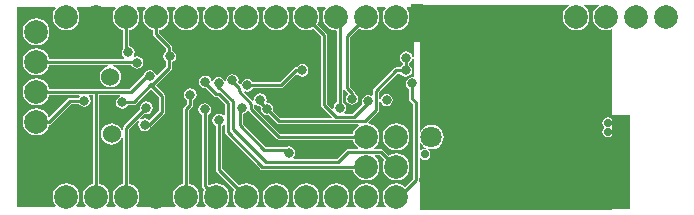
<source format=gbl>
%FSTAX24Y24*%
%MOIN*%
%SFA1B1*%

%IPPOS*%
%ADD30C,0.010000*%
%ADD32C,0.019700*%
%ADD48C,0.060000*%
%ADD49C,0.070900*%
%ADD50C,0.078700*%
%ADD51C,0.027600*%
%ADD52C,0.021000*%
%ADD53C,0.031500*%
%ADD54R,0.060700X0.316100*%
%ADD55R,0.043300X0.125000*%
%LNmain-1*%
%LPD*%
G36*
X012851Y042568D02*
Y042129D01*
X012529Y041807*
X012517Y041808*
X012448Y041854*
X012367Y04187*
X012286Y041854*
X012254Y041832*
X012222Y041871*
X012375Y042024*
X012431Y042013*
X012512Y042029*
X012581Y042075*
X012627Y042143*
X012643Y042224*
X012627Y042305*
X012581Y042374*
X012512Y04242*
X012431Y042436*
X01235Y04242*
X012282Y042374*
X012236Y042305*
X01222Y042224*
X012231Y042168*
X011678Y041615*
X011656Y041582*
X011648Y041543*
Y04148*
X011598Y04147*
X011575Y041525*
X011519Y041598*
X011446Y041654*
X011361Y041689*
X01127Y041701*
X011178Y041689*
X011093Y041654*
X01102Y041598*
X010964Y041525*
X010929Y04144*
X010917Y041348*
X010929Y041257*
X010964Y041172*
X01102Y041099*
X011093Y041043*
X011178Y041007*
X01127Y040995*
X011361Y041007*
X011446Y041043*
X011519Y041099*
X011575Y041172*
X011598Y041227*
X011648Y041217*
Y039684*
X011634Y039682*
X011526Y039638*
X011434Y039566*
X011362Y039474*
X011318Y039366*
X011302Y03925*
X011318Y039134*
X011362Y039026*
X011409Y038966*
X011384Y038916*
X011116*
X011091Y038966*
X011138Y039026*
X011182Y039134*
X011198Y03925*
X011182Y039366*
X011138Y039474*
X011066Y039566*
X010974Y039638*
X010866Y039682*
X010852Y039684*
Y042648*
X011534*
X011543Y042602*
X011542Y042598*
X011475Y042553*
X011429Y042485*
X011413Y042404*
X011429Y042323*
X011475Y042254*
X011544Y042208*
X011625Y042192*
X011706Y042208*
X011774Y042254*
X011806Y042302*
X012*
X012039Y042309*
X012072Y042332*
X012555Y042814*
X012605*
X012851Y042568*
G37*
G36*
X018374Y045571D02*
X018399Y045521D01*
X018362Y045474*
X018318Y045366*
X018302Y04525*
X018318Y045134*
X018362Y045026*
X018434Y044934*
X018526Y044862*
X018634Y044818*
X01875Y044802*
X018776Y04478*
Y042406*
X018728Y042374*
X018683Y042305*
X018666Y042224*
X018667Y04222*
X018621Y042196*
X018458Y042359*
Y044644*
X01845Y044683*
X018428Y044716*
X018129Y045015*
X018138Y045026*
X018182Y045134*
X018198Y04525*
X018182Y045366*
X018138Y045474*
X018101Y045521*
X018126Y045571*
X018374*
G37*
G36*
X021339Y043855D02*
Y043273D01*
X0213Y043241*
X021289Y043243*
X021208Y043227*
X02114Y043181*
X021094Y043112*
X021078Y043032*
X021094Y042951*
X02114Y042882*
X021187Y04285*
Y042533*
X021195Y042494*
X021217Y042461*
X021328Y04235*
Y039961*
X021324Y039941*
Y039854*
X021049Y039579*
X020974Y039638*
X020866Y039682*
X02075Y039698*
X020634Y039682*
X020526Y039638*
X020434Y039566*
X020362Y039474*
X020318Y039366*
X020302Y03925*
X020318Y039134*
X020362Y039026*
X020414Y038959*
X020389Y038909*
X020111*
X020086Y038959*
X020138Y039026*
X020182Y039134*
X020198Y03925*
X020182Y039366*
X020138Y039474*
X020066Y039566*
X019974Y039638*
X019866Y039682*
X01975Y039698*
X019634Y039682*
X019526Y039638*
X019434Y039566*
X019362Y039474*
X019318Y039366*
X019302Y03925*
X019318Y039134*
X019362Y039026*
X019413Y03896*
X019389Y03891*
X019111*
X019087Y03896*
X019138Y039026*
X019182Y039134*
X019198Y03925*
X019182Y039366*
X019138Y039474*
X019066Y039566*
X018974Y039638*
X018866Y039682*
X01875Y039698*
X018634Y039682*
X018526Y039638*
X018434Y039566*
X018362Y039474*
X018318Y039366*
X018302Y03925*
X018318Y039134*
X018362Y039026*
X018413Y038961*
X018388Y038911*
X018112*
X018087Y038961*
X018138Y039026*
X018182Y039134*
X018198Y03925*
X018182Y039366*
X018138Y039474*
X018066Y039566*
X017974Y039638*
X017866Y039682*
X01775Y039698*
X017634Y039682*
X017526Y039638*
X017434Y039566*
X017362Y039474*
X017318Y039366*
X017302Y03925*
X017318Y039134*
X017362Y039026*
X017412Y038961*
X017388Y038911*
X017113Y038912*
X017088Y038962*
X017138Y039026*
X017182Y039134*
X017198Y03925*
X017182Y039366*
X017138Y039474*
X017066Y039566*
X016974Y039638*
X016866Y039682*
X01675Y039698*
X016634Y039682*
X016526Y039638*
X016434Y039566*
X016362Y039474*
X016318Y039366*
X016302Y03925*
X016318Y039134*
X016362Y039026*
X016412Y038962*
X016387Y038912*
X016113*
X016089Y038962*
X016138Y039026*
X016182Y039134*
X016198Y03925*
X016182Y039366*
X016138Y039474*
X016066Y039566*
X015974Y039638*
X015866Y039682*
X01575Y039698*
X015634Y039682*
X015526Y039638*
X015515Y039629*
X014944Y0402*
Y04163*
X014987Y041658*
X015037Y041646*
Y041406*
X015045Y041367*
X015067Y041334*
X016223Y040178*
X016256Y040156*
X016295Y040148*
X019316*
X019318Y040134*
X019362Y040026*
X019434Y039934*
X019526Y039862*
X019634Y039818*
X01975Y039802*
X019866Y039818*
X019974Y039862*
X020066Y039934*
X020138Y040026*
X020182Y040134*
X020198Y04025*
X020182Y040366*
X020138Y040474*
X020066Y040566*
X020033Y040592*
X02005Y040642*
X020214*
X020371Y040485*
X020362Y040474*
X020318Y040366*
X020302Y04025*
X020318Y040134*
X020362Y040026*
X020434Y039934*
X020526Y039862*
X020634Y039818*
X02075Y039802*
X020866Y039818*
X020974Y039862*
X021066Y039934*
X021138Y040026*
X021182Y040134*
X021198Y04025*
X021182Y040366*
X021138Y040474*
X021066Y040566*
X020974Y040638*
X020866Y040682*
X02075Y040698*
X020634Y040682*
X020526Y040638*
X020515Y040629*
X020328Y040816*
X020295Y040838*
X020256Y040846*
X020034*
X020017Y040896*
X020066Y040934*
X020138Y041026*
X020182Y041134*
X020198Y04125*
X020182Y041366*
X020138Y041474*
X020066Y041566*
X019974Y041638*
X019866Y041682*
X019843Y041685*
X019825Y041738*
X020151Y042064*
X020173Y042097*
X020181Y042136*
Y042429*
X020231Y042434*
X020238Y042399*
X020283Y042331*
X020352Y042285*
X020433Y042269*
X020514Y042285*
X020583Y042331*
X020628Y042399*
X020645Y04248*
X020628Y042561*
X020583Y04263*
X020514Y042676*
X020433Y042692*
X020352Y042676*
X020283Y04263*
X020238Y042561*
X020231Y042527*
X020181Y042531*
Y042753*
X02079Y043363*
X020891*
X020923Y043315*
X020992Y043269*
X021073Y043253*
X021154Y043269*
X021222Y043315*
X021268Y043384*
X021284Y043465*
X021268Y043546*
X021222Y043614*
X021185Y043639*
Y043706*
X021232Y043738*
X021278Y043807*
X021289Y043859*
X021339Y043855*
G37*
G36*
X016767Y041189D02*
X0168Y041167D01*
X016839Y041159*
X019314*
X019318Y041134*
X019362Y041026*
X019434Y040934*
X019483Y040896*
X019466Y040846*
X019149*
X01911Y040838*
X019077Y040816*
X018787Y040525*
X01734*
X017328Y040575*
X017371Y04064*
X017388Y04072*
X017371Y040801*
X017326Y04087*
X017257Y040916*
X017176Y040932*
X017106Y040918*
X016401*
X015643Y041676*
Y042017*
X015712Y042031*
X01578Y042077*
X015796Y0421*
X015855Y042101*
X016767Y041189*
G37*
G36*
X01614Y042295D02*
X016206Y042281D01*
X016246Y042241*
X016235Y042185*
X016251Y042104*
X016297Y042035*
X016366Y04199*
X016447Y041973*
X016503Y041985*
X016782Y041705*
X016815Y041683*
X016854Y041676*
X019494*
X019511Y041626*
X019434Y041566*
X019362Y041474*
X019318Y041366*
X019317Y041363*
X016881*
X016029Y042215*
Y042313*
X016048Y042325*
X016079Y042335*
X01614Y042295*
G37*
G36*
X027953Y041534D02*
X027945Y041545D01*
X027924Y04156*
X027945Y041575*
X027953Y041586*
Y041534*
G37*
G36*
X020374Y045571D02*
X020399Y045521D01*
X020362Y045474*
X020318Y045366*
X020302Y04525*
X020318Y045134*
X020362Y045026*
X020434Y044934*
X020526Y044862*
X020634Y044818*
X02075Y044802*
X020866Y044818*
X020974Y044862*
X021066Y044934*
X021138Y045026*
X021182Y045134*
X021198Y04525*
X021182Y045366*
X021138Y045474*
X021101Y045521*
X021126Y045571*
X021339*
Y043921*
X021289Y043916*
X021278Y043969*
X021232Y044037*
X021164Y044083*
X021083Y044099*
X021002Y044083*
X020933Y044037*
X020887Y043969*
X020871Y043888*
X020887Y043807*
X020933Y043738*
X020981Y043706*
Y043653*
X020923Y043614*
X020891Y043567*
X020748*
X020709Y043559*
X020676Y043537*
X020007Y042867*
X019985Y042834*
X019977Y042795*
Y042643*
X019927Y042616*
X019897Y042636*
X019816Y042652*
X019735Y042636*
X019666Y042591*
X019621Y042522*
X019604Y042441*
X019621Y04236*
X019627Y04235*
X019307Y04203*
X019043*
X019031Y04208*
X019073Y042143*
X019089Y042224*
X019073Y042305*
X019028Y042374*
X01898Y042406*
Y042815*
X019026Y042835*
X01903Y042834*
X01905Y042804*
X019136Y042718*
X019132Y042679*
X019086Y04261*
X01907Y04253*
X019086Y042449*
X019132Y04238*
X019201Y042334*
X019282Y042318*
X019362Y042334*
X019431Y04238*
X019477Y042449*
X019493Y04253*
X019477Y04261*
X019431Y042679*
X019383Y042711*
Y042717*
X019376Y042756*
X019354Y042789*
X019224Y042918*
Y04458*
X019515Y044871*
X019526Y044862*
X019634Y044818*
X01975Y044802*
X019866Y044818*
X019974Y044862*
X020066Y044934*
X020138Y045026*
X020182Y045134*
X020198Y04525*
X020182Y045366*
X020138Y045474*
X020101Y045521*
X020126Y045571*
X020374*
G37*
G36*
X027526Y045638D02*
X027434Y045566D01*
X027362Y045474*
X027318Y045366*
X027302Y04525*
X027318Y045134*
X027362Y045026*
X027434Y044934*
X027526Y044862*
X027634Y044818*
X02775Y044802*
X027866Y044818*
X027953Y044854*
Y041834*
X027945Y041845*
X027883Y041887*
X02781Y041901*
X027737Y041887*
X027675Y041845*
X027633Y041783*
X027619Y04171*
X027633Y041637*
X027675Y041575*
X027696Y04156*
X027675Y041545*
X027633Y041483*
X027619Y04141*
X027633Y041337*
X027675Y041275*
X027737Y041233*
X02781Y041219*
X027883Y041233*
X027945Y041275*
X027953Y041286*
Y038819*
X021565*
Y040537*
X021567Y040534*
X021629Y040492*
X021703Y040478*
X021776Y040492*
X021838Y040534*
X02188Y040596*
X021894Y040669*
X02188Y040743*
X021838Y040805*
X021776Y040846*
X021703Y040861*
X021629Y040846*
X021567Y040805*
X021565Y040801*
Y041073*
X021576Y041046*
X021641Y040962*
X021725Y040897*
X021824Y040856*
X021929Y040842*
X022035Y040856*
X022133Y040897*
X022218Y040962*
X022282Y041046*
X022323Y041144*
X022337Y04125*
X022323Y041356*
X022282Y041454*
X022218Y041538*
X022133Y041603*
X022035Y041644*
X021929Y041658*
X021824Y041644*
X021725Y041603*
X021641Y041538*
X021576Y041454*
X021565Y041427*
Y045659*
X026579*
X026526Y045638*
X026434Y045566*
X026362Y045474*
X026318Y045366*
X026302Y04525*
X026318Y045134*
X026362Y045026*
X026434Y044934*
X026526Y044862*
X026634Y044818*
X02675Y044802*
X026866Y044818*
X026974Y044862*
X027066Y044934*
X027138Y045026*
X027182Y045134*
X027198Y04525*
X027182Y045366*
X027138Y045474*
X027066Y045566*
X026974Y045638*
X026921Y045659*
X027579*
X027526Y045638*
G37*
G36*
X027953Y045646D02*
X027921Y045659D01*
X027953*
Y045646*
G37*
G36*
X013374Y045571D02*
X013399Y045521D01*
X013362Y045474*
X013318Y045366*
X013302Y04525*
X013318Y045134*
X013362Y045026*
X013434Y044934*
X013526Y044862*
X013634Y044818*
X01375Y044802*
X013866Y044818*
X013974Y044862*
X014066Y044934*
X014138Y045026*
X014182Y045134*
X014198Y04525*
X014182Y045366*
X014138Y045474*
X014101Y045521*
X014126Y045571*
X014374*
X014399Y045521*
X014362Y045474*
X014318Y045366*
X014302Y04525*
X014318Y045134*
X014362Y045026*
X014434Y044934*
X014526Y044862*
X014634Y044818*
X01475Y044802*
X014866Y044818*
X014974Y044862*
X015066Y044934*
X015138Y045026*
X015182Y045134*
X015198Y04525*
X015182Y045366*
X015138Y045474*
X015101Y045521*
X015126Y045571*
X015374*
X015399Y045521*
X015362Y045474*
X015318Y045366*
X015302Y04525*
X015318Y045134*
X015362Y045026*
X015434Y044934*
X015526Y044862*
X015634Y044818*
X01575Y044802*
X015866Y044818*
X015974Y044862*
X016066Y044934*
X016138Y045026*
X016182Y045134*
X016198Y04525*
X016182Y045366*
X016138Y045474*
X016101Y045521*
X016126Y045571*
X016374*
X016399Y045521*
X016362Y045474*
X016318Y045366*
X016302Y04525*
X016318Y045134*
X016362Y045026*
X016434Y044934*
X016526Y044862*
X016634Y044818*
X01675Y044802*
X016866Y044818*
X016974Y044862*
X017066Y044934*
X017138Y045026*
X017182Y045134*
X017198Y04525*
X017182Y045366*
X017138Y045474*
X017101Y045521*
X017126Y045571*
X017374*
X017399Y045521*
X017362Y045474*
X017318Y045366*
X017302Y04525*
X017318Y045134*
X017362Y045026*
X017434Y044934*
X017526Y044862*
X017634Y044818*
X01775Y044802*
X017866Y044818*
X017974Y044862*
X017985Y044871*
X018254Y044601*
Y042316*
X018262Y042277*
X018284Y042244*
X018603Y041926*
X018584Y04188*
X016897*
X016647Y042129*
X016658Y042185*
X016642Y042266*
X016596Y042335*
X016528Y04238*
X01646Y042394*
X016446Y042399*
X016423Y042443*
X016432Y04249*
X016416Y042571*
X01637Y04264*
X016301Y042686*
X01622Y042702*
X01614Y042686*
X016071Y04264*
X016025Y042571*
X016009Y04249*
X016011Y042481*
X015965Y042457*
X015672Y042749*
X015704Y042788*
X015717Y042779*
X015798Y042763*
X015879Y042779*
X015948Y042825*
X015979Y042873*
X016912*
X016951Y04288*
X016984Y042902*
X017416Y043334*
X017465Y04333*
X017469Y043325*
X017537Y043279*
X017618Y043263*
X017699Y043279*
X017768Y043325*
X017814Y043393*
X01783Y043474*
X017814Y043555*
X017768Y043624*
X017699Y04367*
X017618Y043686*
X017537Y04367*
X017469Y043624*
X017437Y043576*
X017411*
X017372Y043569*
X017339Y043547*
X016869Y043077*
X015979*
X015948Y043124*
X015879Y04317*
X015798Y043186*
X015717Y04317*
X015648Y043124*
X015603Y043055*
X015595Y043016*
X01554Y042999*
X01549Y043049*
X015491Y043051*
X015508Y043132*
X015491Y043213*
X015446Y043282*
X015377Y043327*
X015296Y043344*
X015215Y043327*
X015146Y043282*
X015101Y043213*
X015084Y043132*
X015039Y043124*
X014993Y043193*
X014924Y043239*
X014843Y043255*
X014762Y043239*
X014694Y043193*
X014648Y043124*
X014646Y043117*
X014595*
X014586Y043164*
X01454Y043232*
X014471Y043278*
X01439Y043294*
X01431Y043278*
X014241Y043232*
X014195Y043164*
X014179Y043083*
X014195Y043002*
X014241Y042933*
X01431Y042887*
X01439Y042871*
X014411Y042875*
X014692Y042595*
X014725Y042573*
X014764Y042565*
X0148*
X015037Y042328*
Y041976*
X014987Y041964*
X014923Y042006*
X014843Y042023*
X014762Y042006*
X014693Y041961*
X014647Y041892*
X014631Y041811*
X014647Y04173*
X014693Y041661*
X014741Y04163*
Y040157*
X014748Y040118*
X01477Y040085*
X015371Y039485*
X015362Y039474*
X015318Y039366*
X015302Y03925*
X015318Y039134*
X015362Y039026*
X015411Y038963*
X015386Y038913*
X015114*
X015089Y038963*
X015138Y039026*
X015182Y039134*
X015198Y03925*
X015182Y039366*
X015138Y039474*
X015066Y039566*
X014974Y039638*
X014866Y039682*
X01475Y039698*
X014634Y039682*
X014526Y039638*
X014515Y039629*
X014472Y039672*
Y041984*
X01452Y042016*
X014566Y042084*
X014582Y042165*
X014566Y042246*
X01452Y042315*
X014451Y042361*
X01437Y042377*
X014289Y042361*
X01422Y042315*
X014175Y042246*
X014159Y042165*
X014175Y042084*
X01422Y042016*
X014268Y041984*
Y03963*
X014276Y039591*
X014298Y039558*
X014371Y039485*
X014362Y039474*
X014318Y039366*
X014302Y03925*
X014318Y039134*
X014362Y039026*
X01441Y038964*
X014386Y038914*
X014114*
X01409Y038964*
X014138Y039026*
X014182Y039134*
X014198Y03925*
X014182Y039366*
X014138Y039474*
X014066Y039566*
X013974Y039638*
X013866Y039682*
X013852Y039684*
Y042132*
X013961Y04224*
X013983Y042273*
X01399Y042312*
Y042478*
X014038Y04251*
X014084Y042579*
X0141Y04266*
X014084Y042741*
X014038Y042809*
X013969Y042855*
X013888Y042871*
X013808Y042855*
X013739Y042809*
X013693Y042741*
X013677Y04266*
X013693Y042579*
X013739Y04251*
X013787Y042478*
Y042355*
X013678Y042246*
X013656Y042213*
X013648Y042174*
Y039684*
X013634Y039682*
X013526Y039638*
X013434Y039566*
X013362Y039474*
X013318Y039366*
X013302Y03925*
X013318Y039134*
X013362Y039026*
X01341Y038964*
X013385Y038914*
X012115Y038915*
X012091Y038965*
X012138Y039026*
X012182Y039134*
X012198Y03925*
X012182Y039366*
X012138Y039474*
X012066Y039566*
X011974Y039638*
X011866Y039682*
X011852Y039684*
Y041501*
X012154Y041803*
X012193Y041772*
X012172Y041739*
X012156Y041658*
X012172Y041578*
X012218Y041509*
X012286Y041463*
X012367Y041447*
X012448Y041463*
X012517Y041509*
X012552Y041562*
X012564Y041564*
X012597Y041586*
X013025Y042015*
X013047Y042048*
X013055Y042087*
Y04261*
X013047Y042649*
X013025Y042682*
X012744Y042964*
X013261Y043481*
X013283Y043514*
X013291Y043553*
Y043742*
X013358Y043787*
X013404Y043856*
X01342Y043937*
X013404Y044018*
X013358Y044087*
X013291Y044132*
Y044242*
X013283Y044281*
X013261Y044314*
X012852Y044723*
Y044816*
X012866Y044818*
X012974Y044862*
X013066Y044934*
X013138Y045026*
X013182Y045134*
X013198Y04525*
X013182Y045366*
X013138Y045474*
X013101Y045521*
X013126Y045571*
X013374*
G37*
G36*
X009374D02*
X009399Y045521D01*
X009362Y045474*
X009318Y045366*
X009302Y04525*
X009318Y045134*
X009362Y045026*
X009434Y044934*
X009526Y044862*
X009634Y044818*
X00975Y044802*
X009866Y044818*
X009974Y044862*
X010066Y044934*
X010138Y045026*
X010182Y045134*
X010198Y04525*
X010182Y045366*
X010138Y045474*
X010101Y045521*
X010126Y045571*
X011374*
X011399Y045521*
X011362Y045474*
X011318Y045366*
X011302Y04525*
X011318Y045134*
X011362Y045026*
X011434Y044934*
X011526Y044862*
X011634Y044818*
X011648Y044816*
Y04418*
X011625Y044146*
X011609Y044065*
X011625Y043984*
X011671Y043915*
X011691Y043902*
X011676Y043852*
X009184*
X009182Y043866*
X009138Y043974*
X009066Y044066*
X008974Y044138*
X008866Y044182*
X00875Y044198*
X008634Y044182*
X008526Y044138*
X008434Y044066*
X008362Y043974*
X008318Y043866*
X008302Y04375*
X008318Y043634*
X008362Y043526*
X008434Y043434*
X008526Y043362*
X008634Y043318*
X00875Y043302*
X008866Y043318*
X008974Y043362*
X009066Y043434*
X009138Y043526*
X009182Y043634*
X009184Y043648*
X011132*
X011139Y043599*
X011054Y043564*
X010981Y043507*
X010925Y043434*
X010889Y043349*
X010877Y043258*
X010889Y043167*
X010925Y043081*
X010981Y043008*
X011054Y042952*
X011139Y042917*
X01123Y042905*
X011322Y042917*
X011407Y042952*
X01148Y043008*
X011536Y043081*
X011571Y043167*
X011583Y043258*
X011571Y043349*
X011536Y043434*
X01148Y043507*
X011407Y043564*
X011322Y043599*
X011329Y043648*
X011922*
X011967Y043581*
X012035Y043535*
X012116Y043519*
X012197Y043535*
X012266Y043581*
X012312Y043649*
X012328Y04373*
X012312Y043811*
X012266Y04388*
X012197Y043926*
X012116Y043942*
X012038Y043926*
X01203Y043932*
X012003Y043965*
X012016Y043984*
X012032Y044065*
X012016Y044146*
X01197Y044215*
X011902Y04426*
X011852Y04427*
Y044816*
X011866Y044818*
X011974Y044862*
X012066Y044934*
X012138Y045026*
X012182Y045134*
X012198Y04525*
X012182Y045366*
X012138Y045474*
X012101Y045521*
X012126Y045571*
X012374*
X012399Y045521*
X012362Y045474*
X012318Y045366*
X012302Y04525*
X012318Y045134*
X012362Y045026*
X012434Y044934*
X012526Y044862*
X012634Y044818*
X012648Y044816*
Y044681*
X012656Y044642*
X012678Y044609*
X013087Y0442*
Y044105*
X013059Y044087*
X013013Y044018*
X012997Y043937*
X013013Y043856*
X013059Y043787*
X013087Y043769*
Y043595*
X012795Y043303*
X012741Y04332*
X012735Y043349*
X012689Y043417*
X01262Y043463*
X0126Y043467*
X012578Y043482*
X012539Y043489*
X0125Y043482*
X012479Y043467*
X012458Y043463*
X01239Y043417*
X012344Y043349*
X012341Y043333*
X01186Y042852*
X010818*
X01078Y042859*
X009183*
X009182Y042866*
X009138Y042974*
X009066Y043066*
X008974Y043138*
X008866Y043182*
X00875Y043198*
X008634Y043182*
X008526Y043138*
X008434Y043066*
X008362Y042974*
X008318Y042866*
X008302Y04275*
X008318Y042634*
X008362Y042526*
X008434Y042434*
X008526Y042362*
X008634Y042318*
X00875Y042302*
X008866Y042318*
X008974Y042362*
X009066Y042434*
X009138Y042526*
X009182Y042634*
X009185Y042656*
X010189*
X010202Y042606*
X010173Y042563*
X009892*
X009853Y042555*
X00982Y042533*
X009205Y041919*
X009156Y041928*
X009138Y041974*
X009066Y042066*
X008974Y042138*
X008866Y042182*
X00875Y042198*
X008634Y042182*
X008526Y042138*
X008434Y042066*
X008362Y041974*
X008318Y041866*
X008302Y04175*
X008318Y041634*
X008362Y041526*
X008434Y041434*
X008526Y041362*
X008634Y041318*
X00875Y041302*
X008866Y041318*
X008974Y041362*
X009066Y041434*
X009138Y041526*
X009182Y041634*
X009184Y041649*
X00922Y041656*
X009253Y041678*
X009934Y042359*
X010173*
X010205Y042311*
X010273Y042265*
X010354Y042249*
X010435Y042265*
X010504Y042311*
X01055Y04238*
X010566Y042461*
X01055Y042542*
X010507Y042606*
X010519Y042656*
X010648*
Y039684*
X010634Y039682*
X010526Y039638*
X010434Y039566*
X010362Y039474*
X010318Y039366*
X010302Y03925*
X010318Y039134*
X010362Y039026*
X010408Y038967*
X010384Y038917*
X010117*
X010092Y038967*
X010138Y039026*
X010182Y039134*
X010198Y03925*
X010182Y039366*
X010138Y039474*
X010066Y039566*
X009974Y039638*
X009866Y039682*
X00975Y039698*
X009634Y039682*
X009526Y039638*
X009434Y039566*
X009362Y039474*
X009318Y039366*
X009302Y03925*
X009318Y039134*
X009362Y039026*
X009408Y038967*
X009383Y038917*
X0081Y038918*
X008101Y045571*
X009374*
G37*
%LNmain-2*%
%LPC*%
G36*
X00875Y045198D02*
X008634Y045182D01*
X008526Y045138*
X008434Y045066*
X008362Y044974*
X008318Y044866*
X008302Y04475*
X008318Y044634*
X008362Y044526*
X008434Y044434*
X008526Y044362*
X008634Y044318*
X00875Y044302*
X008866Y044318*
X008974Y044362*
X009066Y044434*
X009138Y044526*
X009182Y044634*
X009198Y04475*
X009182Y044866*
X009138Y044974*
X009066Y045066*
X008974Y045138*
X008866Y045182*
X00875Y045198*
G37*
G36*
X02075Y041698D02*
X020634Y041682D01*
X020526Y041638*
X020434Y041566*
X020362Y041474*
X020318Y041366*
X020302Y04125*
X020318Y041134*
X020362Y041026*
X020434Y040934*
X020526Y040862*
X020634Y040818*
X02075Y040802*
X020866Y040818*
X020974Y040862*
X021066Y040934*
X021138Y041026*
X021182Y041134*
X021198Y04125*
X021182Y041366*
X021138Y041474*
X021066Y041566*
X020974Y041638*
X020866Y041682*
X02075Y041698*
G37*
%LNmain-3*%
%LPD*%
G54D30*
X01622Y042411D02*
X016854Y041778D01*
X01622Y042411D02*
Y04249D01*
X015501Y042776D02*
X015928Y042349D01*
Y042173D02*
Y042349D01*
Y042173D02*
X016839Y041261D01*
X015798Y042975D02*
X016912D01*
X015296Y0431D02*
X015501Y042895D01*
Y042776D02*
Y042895D01*
X015296Y0431D02*
Y043132D01*
X016839Y041261D02*
X01975D01*
X021073Y043465D02*
X021083Y043474D01*
Y043888*
X020079Y042795D02*
X020748Y043465D01*
X021073*
X021289Y042533D02*
Y043032D01*
Y042533D02*
X02143Y042392D01*
X019282Y04253D02*
Y042717D01*
X018745Y041928D02*
X019349D01*
X016854Y041778D02*
X01972D01*
X018878Y042224D02*
Y044906D01*
X019122Y042876D02*
X019282Y042717D01*
X020079Y042136D02*
Y042795D01*
X020433Y042441D02*
X020434Y042442D01*
X01972Y041778D02*
X020079Y042136D01*
X017411Y043474D02*
X017618D01*
X016912Y042975D02*
X017411Y043474D01*
X01375Y042174D02*
X013888Y042312D01*
X01375Y03925D02*
Y042174D01*
X018356Y042316D02*
X018745Y041928D01*
X019122Y044622D02*
X01975Y04525D01*
X019122Y042876D02*
Y044622D01*
X018799Y044984D02*
X018878Y044906D01*
X018356Y042316D02*
Y044644D01*
X010118Y041968D02*
X010157Y042008D01*
X008757Y042757D02*
X01078D01*
X010787Y04275*
X00875D02*
X008757Y042757D01*
X009892Y042461D02*
X010354D01*
X009181Y04175D02*
X009892Y042461D01*
X015139Y041406D02*
Y04237D01*
X012Y042404D02*
X012598Y043002D01*
Y042965D02*
Y043002D01*
Y042965D02*
X012953Y04261D01*
Y042087D02*
Y04261D01*
X012525Y041658D02*
X012953Y042087D01*
X012367Y041658D02*
X012525D01*
X013888Y042312D02*
Y04266D01*
X01175Y044136D02*
Y04525D01*
Y044136D02*
X011821Y044065D01*
X01175Y041543D02*
X012431Y042224D01*
X01175Y03925D02*
Y041543D01*
X01975Y04125D02*
Y041261D01*
X016359Y040816D02*
X017176D01*
X015573Y042226D02*
X015631D01*
X015541Y042195D02*
X015573Y042226D01*
X015541Y041634D02*
Y042195D01*
Y041634D02*
X016359Y040816D01*
X017176Y04072D02*
Y040816D01*
X014793Y042993D02*
X014843Y043043D01*
X014793Y042963D02*
Y042993D01*
Y042963D02*
X015325Y042431D01*
Y04151D02*
Y042431D01*
Y04151D02*
X016411Y040423D01*
X018829*
X019149Y040744*
X020256*
X02075Y04025*
X01439Y043041D02*
Y043083D01*
X015139Y041406D02*
X016295Y04025D01*
X01975*
X02143Y039945D02*
Y042392D01*
X020864Y03925D02*
X021426Y039811D01*
Y039941*
X02143Y039945*
X02075Y03925D02*
X020864D01*
X011625Y042404D02*
X012D01*
X01275Y044681D02*
X013189Y044242D01*
X01275Y044681D02*
Y04525D01*
X00875Y04175D02*
X009181D01*
X010787Y04275D02*
X011902D01*
X01075Y042713D02*
X010787Y04275D01*
X01775Y04525D02*
X018356Y044644D01*
X018799Y044984D02*
X018819Y045004D01*
X018661Y045161D02*
X018819Y045004D01*
X016535Y044498D02*
X016604D01*
X010118Y041968D02*
Y042008D01*
X009843Y043189D02*
D01*
X01075Y03925D02*
Y042713D01*
X018661Y045161D02*
X01875Y04525D01*
X014843Y040157D02*
X01575Y03925D01*
X014843Y040157D02*
Y041811D01*
X01437Y03963D02*
X01475Y03925D01*
X01437Y03963D02*
Y042165D01*
X01475Y03925D02*
Y039384D01*
X01439Y043041D02*
X014764Y042667D01*
X014842*
X015139Y04237*
X020433Y042443D02*
X020434Y042442D01*
X020433Y042443D02*
Y04248D01*
X019816Y042395D02*
Y042441D01*
X019349Y041928D02*
X019816Y042395D01*
X012116Y04373D02*
X012136Y04375D01*
X012116Y04373D02*
D01*
X00875Y04375D02*
X012136D01*
X012539Y043268D02*
Y043387D01*
X012638Y043002D02*
X013189Y043553D01*
X011902Y04275D02*
X012539Y043387D01*
X012598Y043002D02*
X012638D01*
X013189Y043553D02*
Y044242D01*
G54D32*
X021722Y043878D02*
X021762Y043839D01*
G54D48*
X01123Y043258D03*
X025925Y04372D03*
X01127Y041348D03*
G54D49*
X021929Y04125D03*
G54D50*
X01975Y04025D03*
Y04125D03*
X02075D03*
Y04025D03*
X02475Y04525D03*
X02375D03*
X02675D03*
X02775D03*
X02875D03*
X02075D03*
X01975D03*
X01875D03*
X01775D03*
X01675D03*
X01575D03*
X01475D03*
X01375D03*
X01275D03*
X01175D03*
X01075D03*
Y03925D03*
X01175D03*
X01275D03*
X01375D03*
X01475D03*
X01575D03*
X01675D03*
X01775D03*
X01875D03*
X01975D03*
X02075D03*
X00975Y04525D03*
Y03925D03*
X00875Y04475D03*
Y04375D03*
Y04275D03*
Y04175D03*
Y04075D03*
Y03975D03*
X02275Y04525D03*
X02575D03*
X02975D03*
G54D51*
X021673Y039409D03*
X02781Y04141D03*
Y04171D03*
Y04111D03*
Y04081D03*
Y04051D03*
Y04021D03*
Y03991D03*
Y03961D03*
Y03931D03*
Y03901D03*
X02746Y041142D03*
X027785Y042992D03*
X021703Y040669D03*
X025364Y040472D03*
X02563Y041132D03*
X025285Y041398D03*
X02746Y041614D03*
X024281Y044331D03*
X024892Y044321D03*
X025335Y044282D03*
X023179Y043346D03*
X023848Y042904D03*
X022972Y041004D03*
X024311Y040807D03*
X023799Y041329D03*
X022293Y040344D03*
X021663Y039823D03*
X024892Y039016D03*
X024911Y039833D03*
X026663Y038986D03*
X02748Y040591D03*
X026978D03*
X024961Y04185D03*
X024951Y042224D03*
X024518Y042234D03*
X026496Y043701D03*
X027598Y043622D03*
X026732Y042992D03*
X025669Y042982D03*
G54D52*
X02835Y0395D03*
G54D53*
X01622Y04249D03*
X015798Y042975D03*
X016447Y042185D03*
X021083Y043888D03*
X021073Y043465D03*
X021289Y043032D03*
X019282Y04253D03*
X017618Y043474D03*
X017992Y042549D03*
X018878Y042224D03*
X019419Y043494D03*
X010354Y042461D03*
X010089Y040217D03*
X012367Y041658D03*
X013888Y04266D03*
X011821Y044065D03*
X012431Y042224D03*
X018002Y042175D03*
X015296Y043132D03*
X015631Y042226D03*
X017176Y04072D03*
X014843Y043043D03*
X01439Y043083D03*
X012323Y041053D03*
X021762Y043839D03*
X011625Y042404D03*
X019419Y0431D03*
X016535Y044498D03*
X010118Y042008D03*
X014843Y041811D03*
X01437Y042165D03*
X020433Y04248D03*
X019816Y042441D03*
X012116Y04373D03*
X012539Y043268D03*
X013209Y043937D03*
G54D54*
X028256Y040399D03*
G54D55*
X021437Y045034D03*
M02*
</source>
